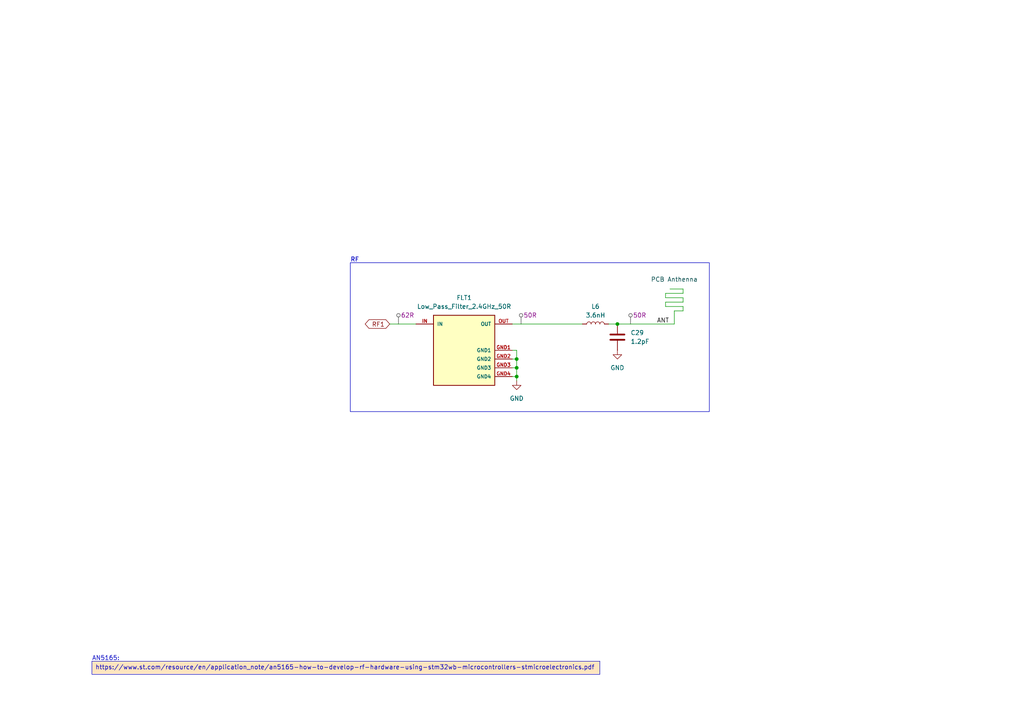
<source format=kicad_sch>
(kicad_sch (version 20250114) (generator "eeschema") (generator_version "9.0")
  (paper "A4")
  (lib_symbols
    (symbol "Device:C" (pin_numbers (hide yes)) (pin_names (offset 0.254))
      (property "Reference" "C" (at 0.635 2.54 0))
      (property "Value" "C" (at 0.635 -2.54 0))
      (symbol "C_0_1"
        (polyline (pts (xy -2.032 0.762) (xy 2.032 0.762)) (stroke (width 0.508)))
        (polyline (pts (xy -2.032 -0.762) (xy 2.032 -0.762)) (stroke (width 0.508)))
      )
      (symbol "C_1_1"
        (pin passive line (at 0 3.81 270) (length 2.794) (name "~") (number "1"))
        (pin passive line (at 0 -3.81 90) (length 2.794) (name "~") (number "2"))
      )
    )
    (symbol "Device:L" (pin_numbers (hide yes)) (pin_names (offset 1.016) (hide yes))
      (property "Reference" "L" (at -1.27 0 90))
      (property "Value" "L" (at 1.905 0 90))
      (symbol "L_0_1"
        (arc (start 0 2.54) (mid 0.6323 1.905) (end 0 1.27))
        (arc (start 0 1.27) (mid 0.6323 0.635) (end 0 0))
        (arc (start 0 0) (mid 0.6323 -0.635) (end 0 -1.27))
        (arc (start 0 -1.27) (mid 0.6323 -1.905) (end 0 -2.54))
      )
      (symbol "L_1_1"
        (pin passive line (at 0 3.81 270) (length 1.27) (name "1") (number "1"))
        (pin passive line (at 0 -3.81 90) (length 1.27) (name "2") (number "2"))
      )
    )
    (symbol "MLPF-WB55-01E3:MLPF-WB55-01E3" (pin_names (offset 1.016))
      (property "Reference" "U" (at 0 0 0))
      (property "Value" "MLPF-WB55-01E3" (at 0 0 0))
      (symbol "MLPF-WB55-01E3_0_0"
        (rectangle (start -7.62 -10.16) (end 10.16 10.16) (stroke (width 0.254)) (fill (type background)))
        (pin input line (at -12.7 -7.62 0) (length 5.08) (name "IN") (number "IN"))
        (pin power_in line (at 15.24 7.62 180) (length 5.08) (name "GND4") (number "GND4"))
        (pin power_in line (at 15.24 5.08 180) (length 5.08) (name "GND3") (number "GND3"))
        (pin power_in line (at 15.24 2.54 180) (length 5.08) (name "GND2") (number "GND2"))
        (pin power_in line (at 15.24 0 180) (length 5.08) (name "GND1") (number "GND1"))
        (pin output line (at 15.24 -7.62 180) (length 5.08) (name "OUT") (number "OUT"))
      )
    )
    (symbol "power:GND" (power) (pin_numbers (hide yes)) (pin_names (offset 0) (hide yes))
      (property "Value" "GND" (at 0 -3.81 0))
      (symbol "GND_0_1"
        (polyline (pts (xy 0 0) (xy 0 -1.27) (xy 1.27 -1.27) (xy 0 -2.54) (xy -1.27 -1.27) (xy 0 -1.27)))
      )
      (symbol "GND_1_1"
        (pin power_in line (at 0 0 270) (length 0) (name "~") (number "1"))
      )
    )
  )
  (rectangle (start 101.6 76.2) (end 205.74 119.38))
  (text "PCB Anthenna" (at 195.58 81.28 0) (effects (font (size 1.27 1.27))))
  (text "AN5165:" (at 26.67 191.77 0) (effects (font (size 1.27 1.27)) (justify left bottom)))
  (text "RF" (at 101.6 76.2 0) (effects (font (size 1.27 1.27) (thickness 0.1905)) (justify left bottom)))
  (text_box "https://www.st.com/resource/en/application_note/an5165-how-to-develop-rf-hardware-using-stm32wb-microcontrollers-stmicroelectronics.pdf" (at 26.67 191.77 0) (size 147.32 3.81) (margins 0.9525 0.9525 0.9525 0.9525) (fill (type color) (color 255 229 191 1)) (effects (font (size 1.27 1.27)) (justify left top)))
  (junction (at 149.86 104.14))
  (junction (at 149.86 109.22))
  (junction (at 179.07 93.98))
  (junction (at 149.86 106.68))
  (wire (pts (xy 149.86 104.14) (xy 149.86 106.68)))
  (wire (pts (xy 193.04 86.36) (xy 193.04 85.09)))
  (wire (pts (xy 179.07 93.98) (xy 195.58 93.98)))
  (wire (pts (xy 194.31 83.82) (xy 198.12 83.82)))
  (wire (pts (xy 193.04 88.9) (xy 193.04 87.63)))
  (wire (pts (xy 198.12 88.9) (xy 193.04 88.9)))
  (wire (pts (xy 148.59 101.6) (xy 149.86 101.6)))
  (wire (pts (xy 149.86 109.22) (xy 148.59 109.22)))
  (wire (pts (xy 148.59 106.68) (xy 149.86 106.68)))
  (wire (pts (xy 149.86 101.6) (xy 149.86 104.14)))
  (wire (pts (xy 198.12 86.36) (xy 193.04 86.36)))
  (wire (pts (xy 148.59 93.98) (xy 168.91 93.98)))
  (wire (pts (xy 113.03 93.98) (xy 120.65 93.98)))
  (wire (pts (xy 198.12 85.09) (xy 198.12 83.82)))
  (wire (pts (xy 176.53 93.98) (xy 179.07 93.98)))
  (wire (pts (xy 148.59 104.14) (xy 149.86 104.14)))
  (wire (pts (xy 193.04 85.09) (xy 198.12 85.09)))
  (wire (pts (xy 149.86 109.22) (xy 149.86 110.49)))
  (wire (pts (xy 193.04 87.63) (xy 198.12 87.63)))
  (wire (pts (xy 198.12 90.17) (xy 198.12 88.9)))
  (wire (pts (xy 198.12 87.63) (xy 198.12 86.36)))
  (wire (pts (xy 149.86 106.68) (xy 149.86 109.22)))
  (wire (pts (xy 195.58 90.17) (xy 198.12 90.17)))
  (wire (pts (xy 195.58 93.98) (xy 195.58 90.17)))
  (label "ANT" (at 190.5 93.98 0))
  (global_label "RF1" (shape bidirectional) (at 113.03 93.98 180) (property "Intersheetrefs" "${INTERSHEET_REFS}" (effects (hide yes))))
  (netclass_flag "" (length 2.54) (shape round) (at 115.57 93.98 0) (property "Netclass" "62R" (at 116.2685 91.44 0) (effects (justify left))))
  (netclass_flag "" (length 2.54) (shape round) (at 151.13 93.98 0) (property "Netclass" "50R" (at 151.8285 91.44 0) (effects (justify left))))
  (netclass_flag "" (length 2.54) (shape round) (at 182.88 93.98 0) (property "Netclass" "50R" (at 183.5785 91.44 0) (effects (justify left))))
  (symbol (lib_id "power:GND") (at 179.07 101.6 0) (unit 1)
    (property "Reference" "#PWR039" (effects (hide yes)))
    (property "Value" "GND" (at 179.07 106.68 0))
    (property "Description" "Power symbol creates a global label with name \"GND\" , ground" (effects (hide yes)))
  )
  (symbol (lib_id "power:GND") (at 149.86 110.49 0) (unit 1)
    (property "Reference" "#PWR068" (effects (hide yes)))
    (property "Value" "GND" (at 149.86 115.57 0))
    (property "Description" "Power symbol creates a global label with name \"GND\" , ground" (effects (hide yes)))
  )
  (symbol (lib_id "MLPF-WB55-01E3:MLPF-WB55-01E3") (at 133.35 101.6 0) (mirror x) (unit 1)
    (property "Reference" "FLT1" (at 134.62 86.36 0))
    (property "Value" "Low_Pass_Filter_2.4GHz_50R" (at 134.62 88.9 0))
    (property "Footprint" "MLPF-WB55-01E3:MLPF-WB55-01E3" (effects (hide yes)))
    (property "Datasheet" "https://www.st.com/resource/en/datasheet/mlpf-wb55-01e3.pdf" (effects (hide yes)))
    (property "Description" "2.4GHz~2.5GHz 50Ω 0.9dB Low Pass RF Filter SMD-6P,1.6x1mm" (effects (hide yes)))
    (property "Component" "MLPF-WB55-01E3" (effects (hide yes)))
    (property "Manufacturer" "STMicroelectronics" (effects (hide yes)))
    (property "Package" "SMD-6P 1.6x1mm" (effects (hide yes)))
    (property "Supplier" "JLCPCB" (effects (hide yes)))
    (property "Supplier Part #" "C2651048" (effects (hide yes)))
    (property "Supplier Part Type" "Extended" (effects (hide yes)))
  )
  (symbol (lib_id "Device:L") (at 172.72 93.98 90) (unit 1)
    (property "Reference" "L6" (at 172.72 88.9 90))
    (property "Value" "3.6nH" (at 172.72 91.44 90))
    (property "Footprint" "LED_SMD:LED_0402_1005Metric" (effects (hide yes)))
    (property "Description" "3.6nH 0.14Ω 750mA Inductor ±5% 0402 SMD" (effects (hide yes)))
    (property "Package" "0402" (effects (hide yes)))
    (property "Manufacturer" " Murata Electronics" (effects (hide yes)))
    (property "Supplier Part #" "C19216" (effects (hide yes)))
    (property "Supplier" "JLCPCB" (effects (hide yes)))
    (property "Supplier Part Type" "Extended" (effects (hide yes)))
    (property "Component" "LQG15HS3N6S02D" (effects (hide yes)))
  )
  (symbol (lib_id "Device:C") (at 179.07 97.79 180) (unit 1)
    (property "Reference" "C29" (at 182.88 96.5199 0) (effects (justify right)))
    (property "Value" "1.2pF" (at 182.88 99.0599 0) (effects (justify right)))
    (property "Footprint" "Capacitor_SMD:C_0402_1005Metric" (effects (hide yes)))
    (property "Description" "1.2pF 50V C0G 0402 Multilayer Ceramic Capacitor SMD" (effects (hide yes)))
    (property "Package" "0402" (effects (hide yes)))
    (property "Manufacturer" "Murata Electronics" (effects (hide yes)))
    (property "Supplier Part #" "C76899" (effects (hide yes)))
    (property "Supplier" "JLCPCB" (effects (hide yes)))
    (property "Supplier Part Type" "Extended" (effects (hide yes)))
    (property "Component" "GJM1555C1H1R2WB01D" (effects (hide yes)))
  )
)
</source>
